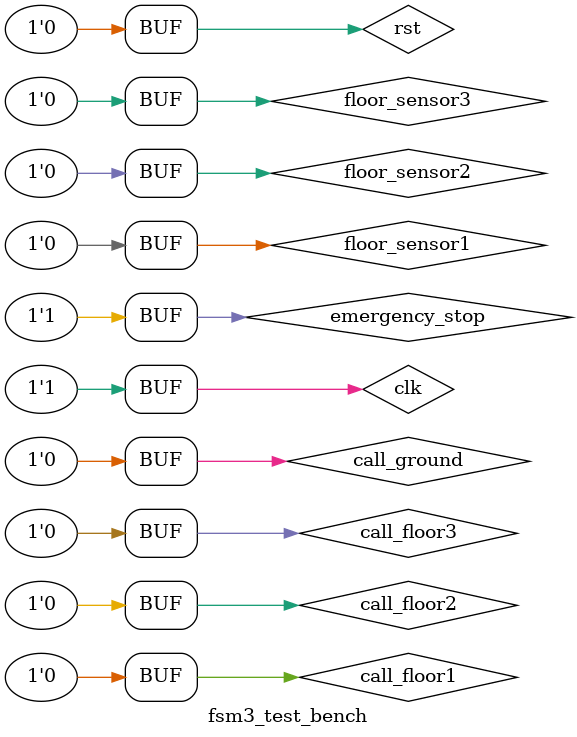
<source format=v>
module fsm3_test_bench();

reg clk, rst, call_ground, call_floor1, call_floor2, call_floor3, floor_sensor1, floor_sensor2, floor_sensor3, emergency_stop;
wire moving, idle, alarm;

fsm3 test_fsm(clk, rst, call_ground, call_floor1, call_floor2, call_floor3, floor_sensor1, floor_sensor2, floor_sensor3, emergency_stop, moving, idle, alarm);

initial begin
  call_ground = 0;
  call_floor1 = 0;
  call_floor2 = 0;
  call_floor3 = 0;
  floor_sensor1 = 0;
  floor_sensor2 = 0;
  floor_sensor3 = 0;
  emergency_stop = 0;
end

initial begin
  #10 rst=1;
  #10 rst=0;
  #10
    clk=0;
    call_ground = 0;
    call_floor1 = 1;
    call_floor2 = 0;
    call_floor3 = 0;
    floor_sensor1 = 0;
    floor_sensor2 = 0;
    floor_sensor3 = 0;
    emergency_stop = 0;
  #10  clk=1;
  #10
    clk=0;
    call_ground = 0;
    call_floor1 = 0;
    call_floor2 = 0;
    call_floor3 = 0;
    floor_sensor1 = 1;
    floor_sensor2 = 0;
    floor_sensor3 = 0;
    emergency_stop = 0;
  #10  clk=1;
  #10
    clk=0;
    call_ground = 1;
    call_floor1 = 0;
    call_floor2 = 0;
    call_floor3 = 0;
    floor_sensor1 = 0;
    floor_sensor2 = 0;
    floor_sensor3 = 0;
    emergency_stop = 0;
  #10  clk=1;
  #10
    clk=0;
    call_ground = 0;
    call_floor1 = 0;
    call_floor2 = 0;
    call_floor3 = 0;
    floor_sensor1 = 1;
    floor_sensor2 = 0;
    floor_sensor3 = 0;
    emergency_stop = 0;
  #10  clk=1;
  
  #10 rst=1;
  #10 rst=0;
  #10
    clk=0;
    call_ground = 0;
    call_floor1 = 1;
    call_floor2 = 0;
    call_floor3 = 0;
    floor_sensor1 = 0;
    floor_sensor2 = 0;
    floor_sensor3 = 0;
    emergency_stop = 0;
  #10  clk=1;
  #10
    clk=0;
    call_ground = 0;
    call_floor1 = 0;
    call_floor2 = 0;
    call_floor3 = 0;
    floor_sensor1 = 1;
    floor_sensor2 = 0;
    floor_sensor3 = 0;
    emergency_stop = 0;
  #10  clk=1;
  #10
    clk=0;
    call_ground = 1;
    call_floor1 = 0;
    call_floor2 = 0;
    call_floor3 = 0;
    floor_sensor1 = 0;
    floor_sensor2 = 0;
    floor_sensor3 = 0;
    emergency_stop = 0;
  #10  clk=1;
  #10
    clk=0;
    call_ground = 0;
    call_floor1 = 0;
    call_floor2 = 0;
    call_floor3 = 0;
    floor_sensor1 = 0;
    floor_sensor2 = 0;
    floor_sensor3 = 0;
    emergency_stop = 1;
  #10  clk=1;
  #10
    clk=0;
    call_ground = 1;
    call_floor1 = 0;
    call_floor2 = 0;
    call_floor3 = 0;
    floor_sensor1 = 0;
    floor_sensor2 = 0;
    floor_sensor3 = 0;
    emergency_stop = 0;
  #10  clk=1;
  
  #10 rst=1;
  #10 rst=0;
  #10
    clk=0;
    call_ground = 0;
    call_floor1 = 1;
    call_floor2 = 0;
    call_floor3 = 0;
    floor_sensor1 = 0;
    floor_sensor2 = 0;
    floor_sensor3 = 0;
    emergency_stop = 0;
  #10  clk=1;
  #10
    clk=0;
    call_ground = 0;
    call_floor1 = 0;
    call_floor2 = 0;
    call_floor3 = 0;
    floor_sensor1 = 1;
    floor_sensor2 = 0;
    floor_sensor3 = 0;
    emergency_stop = 0;
  #10  clk=1;
  #10
    clk=0;
    call_ground = 1;
    call_floor1 = 0;
    call_floor2 = 0;
    call_floor3 = 0;
    floor_sensor1 = 0;
    floor_sensor2 = 0;
    floor_sensor3 = 0;
    emergency_stop = 0;
  #10  clk=1;
  #10
    clk=0;
    call_ground = 0;
    call_floor1 = 0;
    call_floor2 = 0;
    call_floor3 = 0;
    floor_sensor1 = 0;
    floor_sensor2 = 0;
    floor_sensor3 = 0;
    emergency_stop = 1;
  #10  clk=1;
  #10
    clk=0;
    call_ground = 0;
    call_floor1 = 0;
    call_floor2 = 0;
    call_floor3 = 0;
    floor_sensor1 = 0;
    floor_sensor2 = 0;
    floor_sensor3 = 0;
    emergency_stop = 0;
  #10  clk=1;
  
  #10 rst=1;
  #10 rst=0;
  #10
    clk=0;
    call_ground = 0;
    call_floor1 = 1;
    call_floor2 = 0;
    call_floor3 = 0;
    floor_sensor1 = 0;
    floor_sensor2 = 0;
    floor_sensor3 = 0;
    emergency_stop = 0;
  #10  clk=1;
  #10
    clk=0;
    call_ground = 0;
    call_floor1 = 0;
    call_floor2 = 0;
    call_floor3 = 0;
    floor_sensor1 = 1;
    floor_sensor2 = 0;
    floor_sensor3 = 0;
    emergency_stop = 0;
  #10  clk=1;
  #10
    clk=0;
    call_ground = 0;
    call_floor1 = 0;
    call_floor2 = 1;
    call_floor3 = 0;
    floor_sensor1 = 0;
    floor_sensor2 = 0;
    floor_sensor3 = 0;
    emergency_stop = 0;
  #10  clk=1;
  #10
    clk=0;
    call_ground = 0;
    call_floor1 = 0;
    call_floor2 = 0;
    call_floor3 = 0;
    floor_sensor1 = 0;
    floor_sensor2 = 1;
    floor_sensor3 = 0;
    emergency_stop = 0;
  #10  clk=1;
  #10
    clk=0;
    call_ground = 1;
    call_floor1 = 0;
    call_floor2 = 0;
    call_floor3 = 0;
    floor_sensor1 = 0;
    floor_sensor2 = 0;
    floor_sensor3 = 0;
    emergency_stop = 0;
  #10  clk=1;
  #10
    clk=0;
    call_ground = 0;
    call_floor1 = 0;
    call_floor2 = 0;
    call_floor3 = 0;
    floor_sensor1 = 0;
    floor_sensor2 = 1;
    floor_sensor3 = 0;
    emergency_stop = 0;
  #10  clk=1;
  
  #10 rst=1;
  #10 rst=0;
  #10
    clk=0;
    call_ground = 0;
    call_floor1 = 1;
    call_floor2 = 0;
    call_floor3 = 0;
    floor_sensor1 = 0;
    floor_sensor2 = 0;
    floor_sensor3 = 0;
    emergency_stop = 0;
  #10  clk=1;
  #10
    clk=0;
    call_ground = 0;
    call_floor1 = 0;
    call_floor2 = 0;
    call_floor3 = 0;
    floor_sensor1 = 1;
    floor_sensor2 = 0;
    floor_sensor3 = 0;
    emergency_stop = 0;
  #10  clk=1;
  #10
    clk=0;
    call_ground = 0;
    call_floor1 = 0;
    call_floor2 = 1;
    call_floor3 = 0;
    floor_sensor1 = 0;
    floor_sensor2 = 0;
    floor_sensor3 = 0;
    emergency_stop = 0;
  #10  clk=1;
  #10
    clk=0;
    call_ground = 0;
    call_floor1 = 0;
    call_floor2 = 0;
    call_floor3 = 0;
    floor_sensor1 = 0;
    floor_sensor2 = 1;
    floor_sensor3 = 0;
    emergency_stop = 0;
  #10  clk=1;
  #10
    clk=0;
    call_ground = 1;
    call_floor1 = 0;
    call_floor2 = 0;
    call_floor3 = 0;
    floor_sensor1 = 0;
    floor_sensor2 = 0;
    floor_sensor3 = 0;
    emergency_stop = 0;
  #10  clk=1;
  #10
    clk=0;
    call_ground = 0;
    call_floor1 = 0;
    call_floor2 = 0;
    call_floor3 = 0;
    floor_sensor1 = 0;
    floor_sensor2 = 0;
    floor_sensor3 = 0;
    emergency_stop = 1;
  #10  clk=1;
  
  #10 rst=1;
  #10 rst=0;
  #10
    clk=0;
    call_ground = 0;
    call_floor1 = 1;
    call_floor2 = 0;
    call_floor3 = 0;
    floor_sensor1 = 0;
    floor_sensor2 = 0;
    floor_sensor3 = 0;
    emergency_stop = 0;
  #10  clk=1;
  #10
    clk=0;
    call_ground = 0;
    call_floor1 = 0;
    call_floor2 = 0;
    call_floor3 = 0;
    floor_sensor1 = 1;
    floor_sensor2 = 0;
    floor_sensor3 = 0;
    emergency_stop = 0;
  #10  clk=1;
  #10
    clk=0;
    call_ground = 0;
    call_floor1 = 0;
    call_floor2 = 1;
    call_floor3 = 0;
    floor_sensor1 = 0;
    floor_sensor2 = 0;
    floor_sensor3 = 0;
    emergency_stop = 0;
  #10  clk=1;
  #10
    clk=0;
    call_ground = 0;
    call_floor1 = 0;
    call_floor2 = 0;
    call_floor3 = 0;
    floor_sensor1 = 0;
    floor_sensor2 = 1;
    floor_sensor3 = 0;
    emergency_stop = 0;
  #10  clk=1;
  #10
    clk=0;
    call_ground = 0;
    call_floor1 = 1;
    call_floor2 = 0;
    call_floor3 = 0;
    floor_sensor1 = 0;
    floor_sensor2 = 0;
    floor_sensor3 = 0;
    emergency_stop = 0;
  #10  clk=1;
  
  #10 rst=1;
  #10 rst=0;
  #10
    clk=0;
    call_ground = 0;
    call_floor1 = 1;
    call_floor2 = 0;
    call_floor3 = 0;
    floor_sensor1 = 0;
    floor_sensor2 = 0;
    floor_sensor3 = 0;
    emergency_stop = 0;
  #10  clk=1;
  #10
    clk=0;
    call_ground = 0;
    call_floor1 = 0;
    call_floor2 = 0;
    call_floor3 = 0;
    floor_sensor1 = 1;
    floor_sensor2 = 0;
    floor_sensor3 = 0;
    emergency_stop = 0;
  #10  clk=1;
  #10
    clk=0;
    call_ground = 0;
    call_floor1 = 0;
    call_floor2 = 1;
    call_floor3 = 0;
    floor_sensor1 = 0;
    floor_sensor2 = 0;
    floor_sensor3 = 0;
    emergency_stop = 0;
  #10  clk=1;
  #10
    clk=0;
    call_ground = 0;
    call_floor1 = 0;
    call_floor2 = 0;
    call_floor3 = 0;
    floor_sensor1 = 0;
    floor_sensor2 = 1;
    floor_sensor3 = 0;
    emergency_stop = 0;
  #10  clk=1;
  #10
    clk=0;
    call_ground = 0;
    call_floor1 = 0;
    call_floor2 = 0;
    call_floor3 = 1;
    floor_sensor1 = 0;
    floor_sensor2 = 0;
    floor_sensor3 = 0;
    emergency_stop = 0;
  #10  clk=1;
  #10
    clk=0;
    call_ground = 0;
    call_floor1 = 0;
    call_floor2 = 0;
    call_floor3 = 0;
    floor_sensor1 = 0;
    floor_sensor2 = 0;
    floor_sensor3 = 1;
    emergency_stop = 0;
  #10  clk=1;
  #10
    clk=0;
    call_ground = 1;
    call_floor1 = 0;
    call_floor2 = 0;
    call_floor3 = 0;
    floor_sensor1 = 0;
    floor_sensor2 = 0;
    floor_sensor3 = 0;
    emergency_stop = 0;
  #10  clk=1;
  #10
    clk=0;
    call_ground = 0;
    call_floor1 = 0;
    call_floor2 = 0;
    call_floor3 = 0;
    floor_sensor1 = 0;
    floor_sensor2 = 0;
    floor_sensor3 = 1;
    emergency_stop = 0;
  #10  clk=1;
  
  #10 rst=1;
  #10 rst=0;
  #10
    clk=0;
    call_ground = 0;
    call_floor1 = 1;
    call_floor2 = 0;
    call_floor3 = 0;
    floor_sensor1 = 0;
    floor_sensor2 = 0;
    floor_sensor3 = 0;
    emergency_stop = 0;
  #10  clk=1;
  #10
    clk=0;
    call_ground = 0;
    call_floor1 = 0;
    call_floor2 = 0;
    call_floor3 = 0;
    floor_sensor1 = 1;
    floor_sensor2 = 0;
    floor_sensor3 = 0;
    emergency_stop = 0;
  #10  clk=1;
  #10
    clk=0;
    call_ground = 0;
    call_floor1 = 0;
    call_floor2 = 1;
    call_floor3 = 0;
    floor_sensor1 = 0;
    floor_sensor2 = 0;
    floor_sensor3 = 0;
    emergency_stop = 0;
  #10  clk=1;
  #10
    clk=0;
    call_ground = 0;
    call_floor1 = 0;
    call_floor2 = 0;
    call_floor3 = 0;
    floor_sensor1 = 0;
    floor_sensor2 = 1;
    floor_sensor3 = 0;
    emergency_stop = 0;
  #10  clk=1;
  #10
    clk=0;
    call_ground = 0;
    call_floor1 = 0;
    call_floor2 = 0;
    call_floor3 = 1;
    floor_sensor1 = 0;
    floor_sensor2 = 0;
    floor_sensor3 = 0;
    emergency_stop = 0;
  #10  clk=1;
  #10
    clk=0;
    call_ground = 0;
    call_floor1 = 0;
    call_floor2 = 0;
    call_floor3 = 0;
    floor_sensor1 = 0;
    floor_sensor2 = 0;
    floor_sensor3 = 1;
    emergency_stop = 0;
  #10  clk=1;
  #10
    clk=0;
    call_ground = 1;
    call_floor1 = 0;
    call_floor2 = 0;
    call_floor3 = 0;
    floor_sensor1 = 0;
    floor_sensor2 = 0;
    floor_sensor3 = 0;
    emergency_stop = 0;
  #10  clk=1;
  #10
    clk=0;
    call_ground = 0;
    call_floor1 = 0;
    call_floor2 = 0;
    call_floor3 = 0;
    floor_sensor1 = 0;
    floor_sensor2 = 0;
    floor_sensor3 = 0;
    emergency_stop = 1;
  #10  clk=1;
  
  #10 rst=1;
  #10 rst=0;
  #10
    clk=0;
    call_ground = 0;
    call_floor1 = 1;
    call_floor2 = 0;
    call_floor3 = 0;
    floor_sensor1 = 0;
    floor_sensor2 = 0;
    floor_sensor3 = 0;
    emergency_stop = 0;
  #10  clk=1;
  #10
    clk=0;
    call_ground = 0;
    call_floor1 = 0;
    call_floor2 = 0;
    call_floor3 = 0;
    floor_sensor1 = 1;
    floor_sensor2 = 0;
    floor_sensor3 = 0;
    emergency_stop = 0;
  #10  clk=1;
  #10
    clk=0;
    call_ground = 0;
    call_floor1 = 0;
    call_floor2 = 1;
    call_floor3 = 0;
    floor_sensor1 = 0;
    floor_sensor2 = 0;
    floor_sensor3 = 0;
    emergency_stop = 0;
  #10  clk=1;
  #10
    clk=0;
    call_ground = 0;
    call_floor1 = 0;
    call_floor2 = 0;
    call_floor3 = 0;
    floor_sensor1 = 0;
    floor_sensor2 = 1;
    floor_sensor3 = 0;
    emergency_stop = 0;
  #10  clk=1;
  #10
    clk=0;
    call_ground = 0;
    call_floor1 = 0;
    call_floor2 = 0;
    call_floor3 = 1;
    floor_sensor1 = 0;
    floor_sensor2 = 0;
    floor_sensor3 = 0;
    emergency_stop = 0;
  #10  clk=1;
  #10
    clk=0;
    call_ground = 0;
    call_floor1 = 0;
    call_floor2 = 0;
    call_floor3 = 0;
    floor_sensor1 = 0;
    floor_sensor2 = 0;
    floor_sensor3 = 1;
    emergency_stop = 0;
  #10  clk=1;
  #10
    clk=0;
    call_ground = 0;
    call_floor1 = 1;
    call_floor2 = 0;
    call_floor3 = 0;
    floor_sensor1 = 0;
    floor_sensor2 = 0;
    floor_sensor3 = 0;
    emergency_stop = 0;
  #10  clk=1;
  
  #10 rst=1;
  #10 rst=0;
  #10
    clk=0;
    call_ground = 0;
    call_floor1 = 1;
    call_floor2 = 0;
    call_floor3 = 0;
    floor_sensor1 = 0;
    floor_sensor2 = 0;
    floor_sensor3 = 0;
    emergency_stop = 0;
  #10  clk=1;
  #10
    clk=0;
    call_ground = 0;
    call_floor1 = 0;
    call_floor2 = 0;
    call_floor3 = 0;
    floor_sensor1 = 1;
    floor_sensor2 = 0;
    floor_sensor3 = 0;
    emergency_stop = 0;
  #10  clk=1;
  #10
    clk=0;
    call_ground = 0;
    call_floor1 = 0;
    call_floor2 = 1;
    call_floor3 = 0;
    floor_sensor1 = 0;
    floor_sensor2 = 0;
    floor_sensor3 = 0;
    emergency_stop = 0;
  #10  clk=1;
  #10
    clk=0;
    call_ground = 0;
    call_floor1 = 0;
    call_floor2 = 0;
    call_floor3 = 0;
    floor_sensor1 = 0;
    floor_sensor2 = 1;
    floor_sensor3 = 0;
    emergency_stop = 0;
  #10  clk=1;
  #10
    clk=0;
    call_ground = 0;
    call_floor1 = 0;
    call_floor2 = 0;
    call_floor3 = 1;
    floor_sensor1 = 0;
    floor_sensor2 = 0;
    floor_sensor3 = 0;
    emergency_stop = 0;
  #10  clk=1;
  #10
    clk=0;
    call_ground = 0;
    call_floor1 = 0;
    call_floor2 = 0;
    call_floor3 = 0;
    floor_sensor1 = 0;
    floor_sensor2 = 0;
    floor_sensor3 = 1;
    emergency_stop = 0;
  #10  clk=1;
  #10
    clk=0;
    call_ground = 0;
    call_floor1 = 0;
    call_floor2 = 1;
    call_floor3 = 0;
    floor_sensor1 = 0;
    floor_sensor2 = 0;
    floor_sensor3 = 0;
    emergency_stop = 0;
  #10  clk=1;
  
  #10 rst=1;
  #10 rst=0;
  #10
    clk=0;
    call_ground = 0;
    call_floor1 = 1;
    call_floor2 = 0;
    call_floor3 = 0;
    floor_sensor1 = 0;
    floor_sensor2 = 0;
    floor_sensor3 = 0;
    emergency_stop = 0;
  #10  clk=1;
  #10
    clk=0;
    call_ground = 0;
    call_floor1 = 0;
    call_floor2 = 0;
    call_floor3 = 0;
    floor_sensor1 = 1;
    floor_sensor2 = 0;
    floor_sensor3 = 0;
    emergency_stop = 0;
  #10  clk=1;
  #10
    clk=0;
    call_ground = 0;
    call_floor1 = 0;
    call_floor2 = 1;
    call_floor3 = 0;
    floor_sensor1 = 0;
    floor_sensor2 = 0;
    floor_sensor3 = 0;
    emergency_stop = 0;
  #10  clk=1;
  #10
    clk=0;
    call_ground = 0;
    call_floor1 = 0;
    call_floor2 = 0;
    call_floor3 = 0;
    floor_sensor1 = 0;
    floor_sensor2 = 1;
    floor_sensor3 = 0;
    emergency_stop = 0;
  #10  clk=1;
  #10
    clk=0;
    call_ground = 0;
    call_floor1 = 0;
    call_floor2 = 0;
    call_floor3 = 1;
    floor_sensor1 = 0;
    floor_sensor2 = 0;
    floor_sensor3 = 0;
    emergency_stop = 0;
  #10  clk=1;
  #10
    clk=0;
    call_ground = 0;
    call_floor1 = 0;
    call_floor2 = 0;
    call_floor3 = 0;
    floor_sensor1 = 0;
    floor_sensor2 = 0;
    floor_sensor3 = 1;
    emergency_stop = 0;
  #10  clk=1;
  #10
    clk=0;
    call_ground = 0;
    call_floor1 = 0;
    call_floor2 = 0;
    call_floor3 = 0;
    floor_sensor1 = 0;
    floor_sensor2 = 0;
    floor_sensor3 = 0;
    emergency_stop = 1;
  #10  clk=1;
  
  #10 rst=1;
  #10 rst=0;
  #10
    clk=0;
    call_ground = 0;
    call_floor1 = 1;
    call_floor2 = 0;
    call_floor3 = 0;
    floor_sensor1 = 0;
    floor_sensor2 = 0;
    floor_sensor3 = 0;
    emergency_stop = 0;
  #10  clk=1;
  #10
    clk=0;
    call_ground = 0;
    call_floor1 = 0;
    call_floor2 = 0;
    call_floor3 = 0;
    floor_sensor1 = 1;
    floor_sensor2 = 0;
    floor_sensor3 = 0;
    emergency_stop = 0;
  #10  clk=1;
  #10
    clk=0;
    call_ground = 0;
    call_floor1 = 0;
    call_floor2 = 1;
    call_floor3 = 0;
    floor_sensor1 = 0;
    floor_sensor2 = 0;
    floor_sensor3 = 0;
    emergency_stop = 0;
  #10  clk=1;
  #10
    clk=0;
    call_ground = 0;
    call_floor1 = 0;
    call_floor2 = 0;
    call_floor3 = 0;
    floor_sensor1 = 0;
    floor_sensor2 = 1;
    floor_sensor3 = 0;
    emergency_stop = 0;
  #10  clk=1;
  #10
    clk=0;
    call_ground = 0;
    call_floor1 = 0;
    call_floor2 = 0;
    call_floor3 = 1;
    floor_sensor1 = 0;
    floor_sensor2 = 0;
    floor_sensor3 = 0;
    emergency_stop = 0;
  #10  clk=1;
  #10
    clk=0;
    call_ground = 0;
    call_floor1 = 0;
    call_floor2 = 0;
    call_floor3 = 0;
    floor_sensor1 = 0;
    floor_sensor2 = 0;
    floor_sensor3 = 0;
    emergency_stop = 1;
  #10  clk=1;
  
  #10 rst=1;
  #10 rst=0;
  #10
    clk=0;
    call_ground = 0;
    call_floor1 = 1;
    call_floor2 = 0;
    call_floor3 = 0;
    floor_sensor1 = 0;
    floor_sensor2 = 0;
    floor_sensor3 = 0;
    emergency_stop = 0;
  #10  clk=1;
  #10
    clk=0;
    call_ground = 0;
    call_floor1 = 0;
    call_floor2 = 0;
    call_floor3 = 0;
    floor_sensor1 = 1;
    floor_sensor2 = 0;
    floor_sensor3 = 0;
    emergency_stop = 0;
  #10  clk=1;
  #10
    clk=0;
    call_ground = 0;
    call_floor1 = 0;
    call_floor2 = 1;
    call_floor3 = 0;
    floor_sensor1 = 0;
    floor_sensor2 = 0;
    floor_sensor3 = 0;
    emergency_stop = 0;
  #10  clk=1;
  #10
    clk=0;
    call_ground = 0;
    call_floor1 = 0;
    call_floor2 = 0;
    call_floor3 = 0;
    floor_sensor1 = 0;
    floor_sensor2 = 1;
    floor_sensor3 = 0;
    emergency_stop = 0;
  #10  clk=1;
  #10
    clk=0;
    call_ground = 0;
    call_floor1 = 0;
    call_floor2 = 0;
    call_floor3 = 0;
    floor_sensor1 = 0;
    floor_sensor2 = 0;
    floor_sensor3 = 0;
    emergency_stop = 1;
  #10  clk=1;
  
  #10 rst=1;
  #10 rst=0;
  #10
    clk=0;
    call_ground = 0;
    call_floor1 = 1;
    call_floor2 = 0;
    call_floor3 = 0;
    floor_sensor1 = 0;
    floor_sensor2 = 0;
    floor_sensor3 = 0;
    emergency_stop = 0;
  #10  clk=1;
  #10
    clk=0;
    call_ground = 0;
    call_floor1 = 0;
    call_floor2 = 0;
    call_floor3 = 0;
    floor_sensor1 = 1;
    floor_sensor2 = 0;
    floor_sensor3 = 0;
    emergency_stop = 0;
  #10  clk=1;
  #10
    clk=0;
    call_ground = 0;
    call_floor1 = 0;
    call_floor2 = 1;
    call_floor3 = 0;
    floor_sensor1 = 0;
    floor_sensor2 = 0;
    floor_sensor3 = 0;
    emergency_stop = 0;
  #10  clk=1;
  #10
    clk=0;
    call_ground = 0;
    call_floor1 = 0;
    call_floor2 = 0;
    call_floor3 = 0;
    floor_sensor1 = 0;
    floor_sensor2 = 0;
    floor_sensor3 = 0;
    emergency_stop = 1;
  #10  clk=1;
  
  #10 rst=1;
  #10 rst=0;
  #10
    clk=0;
    call_ground = 0;
    call_floor1 = 1;
    call_floor2 = 0;
    call_floor3 = 0;
    floor_sensor1 = 0;
    floor_sensor2 = 0;
    floor_sensor3 = 0;
    emergency_stop = 0;
  #10  clk=1;
  #10
    clk=0;
    call_ground = 0;
    call_floor1 = 0;
    call_floor2 = 0;
    call_floor3 = 0;
    floor_sensor1 = 1;
    floor_sensor2 = 0;
    floor_sensor3 = 0;
    emergency_stop = 0;
  #10  clk=1;
  #10
    clk=0;
    call_ground = 0;
    call_floor1 = 0;
    call_floor2 = 0;
    call_floor3 = 1;
    floor_sensor1 = 0;
    floor_sensor2 = 0;
    floor_sensor3 = 0;
    emergency_stop = 0;
  #10  clk=1;
  
  #10 rst=1;
  #10 rst=0;
  #10
    clk=0;
    call_ground = 0;
    call_floor1 = 1;
    call_floor2 = 0;
    call_floor3 = 0;
    floor_sensor1 = 0;
    floor_sensor2 = 0;
    floor_sensor3 = 0;
    emergency_stop = 0;
  #10  clk=1;
  #10
    clk=0;
    call_ground = 0;
    call_floor1 = 0;
    call_floor2 = 0;
    call_floor3 = 0;
    floor_sensor1 = 1;
    floor_sensor2 = 0;
    floor_sensor3 = 0;
    emergency_stop = 0;
  #10  clk=1;
  #10
    clk=0;
    call_ground = 0;
    call_floor1 = 0;
    call_floor2 = 0;
    call_floor3 = 0;
    floor_sensor1 = 0;
    floor_sensor2 = 0;
    floor_sensor3 = 0;
    emergency_stop = 1;
  #10  clk=1;
  
  #10 rst=1;
  #10 rst=0;
  #10
    clk=0;
    call_ground = 0;
    call_floor1 = 1;
    call_floor2 = 0;
    call_floor3 = 0;
    floor_sensor1 = 0;
    floor_sensor2 = 0;
    floor_sensor3 = 0;
    emergency_stop = 0;
  #10  clk=1;
  #10
    clk=0;
    call_ground = 0;
    call_floor1 = 0;
    call_floor2 = 0;
    call_floor3 = 0;
    floor_sensor1 = 0;
    floor_sensor2 = 0;
    floor_sensor3 = 0;
    emergency_stop = 1;
  #10  clk=1;
  
  #10 rst=1;
  #10 rst=0;
  #10
    clk=0;
    call_ground = 0;
    call_floor1 = 0;
    call_floor2 = 1;
    call_floor3 = 0;
    floor_sensor1 = 0;
    floor_sensor2 = 0;
    floor_sensor3 = 0;
    emergency_stop = 0;
  #10  clk=1;
  
  #10 rst=1;
  #10 rst=0;
  #10
    clk=0;
    call_ground = 0;
    call_floor1 = 0;
    call_floor2 = 0;
    call_floor3 = 1;
    floor_sensor1 = 0;
    floor_sensor2 = 0;
    floor_sensor3 = 0;
    emergency_stop = 0;
  #10  clk=1;
  
  #10 rst=1;
  #10 rst=0;
  #10
    clk=0;
    call_ground = 0;
    call_floor1 = 0;
    call_floor2 = 0;
    call_floor3 = 0;
    floor_sensor1 = 0;
    floor_sensor2 = 0;
    floor_sensor3 = 0;
    emergency_stop = 1;
  #10  clk=1;
  
  
end

endmodule
</source>
